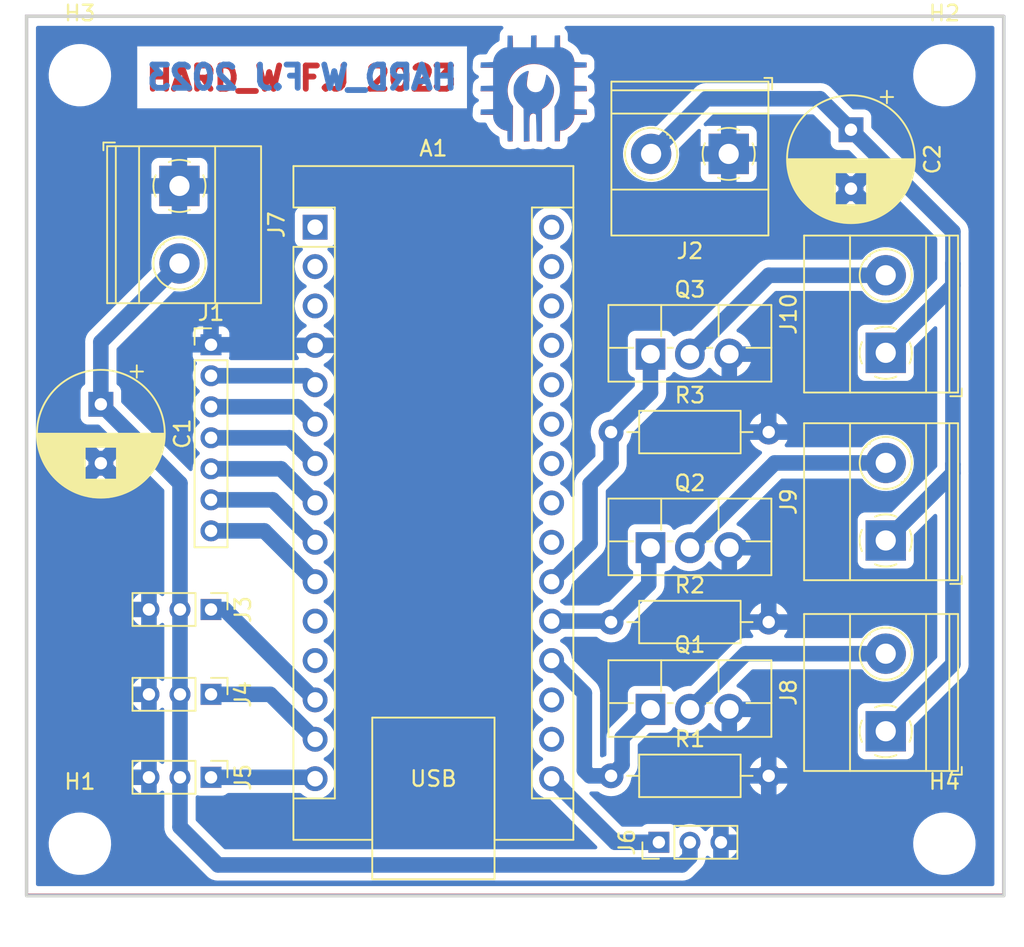
<source format=kicad_pcb>
(kicad_pcb (version 20221018) (generator pcbnew)
  (layers (0 "F.Cu" signal) (31 "B.Cu" signal) (34 "B.Paste" user) (35 "F.Paste" user) (36 "B.SilkS" user "B.Silkscreen") (37 "F.SilkS" user "F.Silkscreen") (38 "B.Mask" user) (39 "F.Mask" user) (44 "Edge.Cuts" user))
  (net 0 "")
  (net 4 "Net-(A1-Pad5)")
  (net 5 "Net-(A1-Pad6)")
  (net 6 "Net-(A1-Pad7)")
  (net 7 "Net-(A1-Pad8)")
  (net 8 "Net-(A1-Pad9)")
  (net 22 "Net-(A1-Pad10)")
  (net 23 "GND")
  (net 24 "Net-(A1-Pad13)")
  (net 25 "Net-(A1-Pad14)")
  (net 26 "Net-(A1-Pad15)")
  (net 27 "Net-(A1-Pad16)")
  (net 28 "Net-(A1-Pad19)")
  (net 29 "Net-(A1-Pad20)")
  (net 30 "Net-(A1-Pad21)")
  (net 31 "Net-(J10-Pad1)")
  (net 32 "Net-(J3-Pad2)")
  (net 33 "Net-(J8-Pad2)")
  (net 34 "Net-(J9-Pad2)")
  (net 35 "Net-(J10-Pad2)")
  (footprint "Connector_PinHeader_2.00mm:PinHeader_1x03_P2.00mm_Vertical" (layer "F.Cu") (at 142.96 102.03 -90)
    (fp_text reference "J5" (at 0 -2.06 90) (layer "F.SilkS"))
    (fp_text value "Conn_01x03_Male")
    (pad "1" thru_hole rect (at 0 0 270) (size 1.35 1.35) (drill 0.8) (layers "*.Cu" "*.Mask") (net 26 "Net-(A1-Pad15)"))
    (pad "2" thru_hole oval (at 0 2 270) (size 1.35 1.35) (drill 0.8) (layers "*.Cu" "*.Mask") (net 32 "Net-(J3-Pad2)"))
    (pad "3" thru_hole oval (at 0 4 270) (size 1.35 1.35) (drill 0.8) (layers "*.Cu" "*.Mask") (net 23 "GND"))
  )
  (footprint "TerminalBlock_Phoenix:TerminalBlock_Phoenix_MKDS-1,5-2_1x02_P5.00mm_Horizontal" (layer "F.Cu") (at 186.44 74.66 90)
    (fp_text reference "J10" (at 2.5 -6.26 90) (layer "F.SilkS"))
    (fp_text value "Screw_Terminal_01x02")
    (pad "1" thru_hole rect (at 0 0 90) (size 2.6 2.6) (drill 1.3) (layers "*.Cu" "*.Mask") (net 31 "Net-(J10-Pad1)"))
    (pad "2" thru_hole circle (at 5 0 90) (size 2.6 2.6) (drill 1.3) (layers "*.Cu" "*.Mask") (net 35 "Net-(J10-Pad2)"))
  )
  (footprint "TerminalBlock_Phoenix:TerminalBlock_Phoenix_MKDS-1,5-2_1x02_P5.00mm_Horizontal" (layer "F.Cu") (at 186.44 99.06 90)
    (fp_text reference "J8" (at 2.5 -6.26 90) (layer "F.SilkS"))
    (fp_text value "Screw_Terminal_01x02")
    (pad "1" thru_hole rect (at 0 0 90) (size 2.6 2.6) (drill 1.3) (layers "*.Cu" "*.Mask") (net 31 "Net-(J10-Pad1)"))
    (pad "2" thru_hole circle (at 5 0 90) (size 2.6 2.6) (drill 1.3) (layers "*.Cu" "*.Mask") (net 33 "Net-(J8-Pad2)"))
  )
  (footprint "Package_TO_SOT_THT:TO-220F-3_Vertical" (layer "F.Cu") (at 171.28 97.65)
    (fp_text reference "Q1" (at 2.54 -4.1675) (layer "F.SilkS"))
    (fp_text value "IRLIZ44N")
    (pad "1" thru_hole rect (at 0 0) (size 1.905 2) (drill 1.2) (layers "*.Cu" "*.Mask") (net 28 "Net-(A1-Pad19)"))
    (pad "2" thru_hole oval (at 2.54 0) (size 1.905 2) (drill 1.2) (layers "*.Cu" "*.Mask") (net 33 "Net-(J8-Pad2)"))
    (pad "3" thru_hole oval (at 5.08 0) (size 1.905 2) (drill 1.2) (layers "*.Cu" "*.Mask") (net 23 "GND"))
  )
  (footprint "Connector_PinHeader_2.00mm:PinHeader_1x03_P2.00mm_Vertical" (layer "F.Cu") (at 142.96 91.21 -90)
    (fp_text reference "J3" (at 0 -2.06 90) (layer "F.SilkS"))
    (fp_text value "Conn_01x03_Male")
    (pad "1" thru_hole rect (at 0 0 270) (size 1.35 1.35) (drill 0.8) (layers "*.Cu" "*.Mask") (net 24 "Net-(A1-Pad13)"))
    (pad "2" thru_hole oval (at 0 2 270) (size 1.35 1.35) (drill 0.8) (layers "*.Cu" "*.Mask") (net 32 "Net-(J3-Pad2)"))
    (pad "3" thru_hole oval (at 0 4 270) (size 1.35 1.35) (drill 0.8) (layers "*.Cu" "*.Mask") (net 23 "GND"))
  )
  (footprint "Connector_PinHeader_2.00mm:PinHeader_1x07_P2.00mm_Vertical" (layer "F.Cu") (at 142.96 74.14)
    (fp_text reference "J1" (at 0 -2.06) (layer "F.SilkS"))
    (fp_text value "Conn_01x07_Male")
    (pad "1" thru_hole rect (at 0 0) (size 1.35 1.35) (drill 0.8) (layers "*.Cu" "*.Mask") (net 23 "GND"))
    (pad "2" thru_hole oval (at 0 2) (size 1.35 1.35) (drill 0.8) (layers "*.Cu" "*.Mask") (net 4 "Net-(A1-Pad5)"))
    (pad "3" thru_hole oval (at 0 4) (size 1.35 1.35) (drill 0.8) (layers "*.Cu" "*.Mask") (net 5 "Net-(A1-Pad6)"))
    (pad "4" thru_hole oval (at 0 6) (size 1.35 1.35) (drill 0.8) (layers "*.Cu" "*.Mask") (net 6 "Net-(A1-Pad7)"))
    (pad "5" thru_hole oval (at 0 8) (size 1.35 1.35) (drill 0.8) (layers "*.Cu" "*.Mask") (net 7 "Net-(A1-Pad8)"))
    (pad "6" thru_hole oval (at 0 10) (size 1.35 1.35) (drill 0.8) (layers "*.Cu" "*.Mask") (net 8 "Net-(A1-Pad9)"))
    (pad "7" thru_hole oval (at 0 12) (size 1.35 1.35) (drill 0.8) (layers "*.Cu" "*.Mask") (net 22 "Net-(A1-Pad10)"))
  )
  (footprint "TerminalBlock_Phoenix:TerminalBlock_Phoenix_MKDS-1,5-2_1x02_P5.00mm_Horizontal" (layer "F.Cu") (at 186.44 86.76 90)
    (fp_text reference "J9" (at 2.5 -6.26 90) (layer "F.SilkS"))
    (fp_text value "Screw_Terminal_01x02")
    (pad "1" thru_hole rect (at 0 0 90) (size 2.6 2.6) (drill 1.3) (layers "*.Cu" "*.Mask") (net 31 "Net-(J10-Pad1)"))
    (pad "2" thru_hole circle (at 5 0 90) (size 2.6 2.6) (drill 1.3) (layers "*.Cu" "*.Mask") (net 34 "Net-(J9-Pad2)"))
  )
  (footprint "Package_TO_SOT_THT:TO-220F-3_Vertical" (layer "F.Cu") (at 171.28 87.225)
    (fp_text reference "Q2" (at 2.54 -4.1675) (layer "F.SilkS"))
    (fp_text value "IRLIZ44N")
    (pad "1" thru_hole rect (at 0 0) (size 1.905 2) (drill 1.2) (layers "*.Cu" "*.Mask") (net 29 "Net-(A1-Pad20)"))
    (pad "2" thru_hole oval (at 2.54 0) (size 1.905 2) (drill 1.2) (layers "*.Cu" "*.Mask") (net 34 "Net-(J9-Pad2)"))
    (pad "3" thru_hole oval (at 5.08 0) (size 1.905 2) (drill 1.2) (layers "*.Cu" "*.Mask") (net 23 "GND"))
  )
  (footprint "Package_TO_SOT_THT:TO-220F-3_Vertical" (layer "F.Cu") (at 171.28 74.745)
    (fp_text reference "Q3" (at 2.54 -4.1675) (layer "F.SilkS"))
    (fp_text value "IRLIZ44N")
    (pad "1" thru_hole rect (at 0 0) (size 1.905 2) (drill 1.2) (layers "*.Cu" "*.Mask") (net 30 "Net-(A1-Pad21)"))
    (pad "2" thru_hole oval (at 2.54 0) (size 1.905 2) (drill 1.2) (layers "*.Cu" "*.Mask") (net 35 "Net-(J10-Pad2)"))
    (pad "3" thru_hole oval (at 5.08 0) (size 1.905 2) (drill 1.2) (layers "*.Cu" "*.Mask") (net 23 "GND"))
  )
  (footprint "TerminalBlock_Phoenix:TerminalBlock_Phoenix_MKDS-1,5-2_1x02_P5.00mm_Horizontal" (layer "F.Cu") (at 140.925 63.9 -90)
    (fp_text reference "J7" (at 2.5 -6.26 90) (layer "F.SilkS"))
    (fp_text value "Screw_Terminal_01x02")
    (pad "1" thru_hole rect (at 0 0 270) (size 2.6 2.6) (drill 1.3) (layers "*.Cu" "*.Mask") (net 23 "GND"))
    (pad "2" thru_hole circle (at 5 0 270) (size 2.6 2.6) (drill 1.3) (layers "*.Cu" "*.Mask") (net 32 "Net-(J3-Pad2)"))
  )
  (footprint "Module:Arduino_Nano" (layer "F.Cu") (at 149.67 66.56)
    (fp_text reference "A1" (at 7.62 -5.08) (layer "F.SilkS"))
    (fp_text value "Arduino_Nano_v3.x")
    (fp_text user "USB" (at 7.62 35.56 unlocked) (layer "F.SilkS"))
    (pad "1" thru_hole rect (at 0 0) (size 1.6 1.6) (drill 1) (layers "*.Cu" "*.Mask"))
    (pad "2" thru_hole oval (at 0 2.54) (size 1.6 1.6) (drill 1) (layers "*.Cu" "*.Mask"))
    (pad "3" thru_hole oval (at 0 5.08) (size 1.6 1.6) (drill 1) (layers "*.Cu" "*.Mask"))
    (pad "4" thru_hole oval (at 0 7.62) (size 1.6 1.6) (drill 1) (layers "*.Cu" "*.Mask") (net 23 "GND"))
    (pad "5" thru_hole oval (at 0 10.16) (size 1.6 1.6) (drill 1) (layers "*.Cu" "*.Mask") (net 4 "Net-(A1-Pad5)"))
    (pad "6" thru_hole oval (at 0 12.7) (size 1.6 1.6) (drill 1) (layers "*.Cu" "*.Mask") (net 5 "Net-(A1-Pad6)"))
    (pad "7" thru_hole oval (at 0 15.24) (size 1.6 1.6) (drill 1) (layers "*.Cu" "*.Mask") (net 6 "Net-(A1-Pad7)"))
    (pad "8" thru_hole oval (at 0 17.78) (size 1.6 1.6) (drill 1) (layers "*.Cu" "*.Mask") (net 7 "Net-(A1-Pad8)"))
    (pad "9" thru_hole oval (at 0 20.32) (size 1.6 1.6) (drill 1) (layers "*.Cu" "*.Mask") (net 8 "Net-(A1-Pad9)"))
    (pad "10" thru_hole oval (at 0 22.86) (size 1.6 1.6) (drill 1) (layers "*.Cu" "*.Mask") (net 22 "Net-(A1-Pad10)"))
    (pad "11" thru_hole oval (at 0 25.4) (size 1.6 1.6) (drill 1) (layers "*.Cu" "*.Mask"))
    (pad "12" thru_hole oval (at 0 27.94) (size 1.6 1.6) (drill 1) (layers "*.Cu" "*.Mask"))
    (pad "13" thru_hole oval (at 0 30.48) (size 1.6 1.6) (drill 1) (layers "*.Cu" "*.Mask") (net 24 "Net-(A1-Pad13)"))
    (pad "14" thru_hole oval (at 0 33.02) (size 1.6 1.6) (drill 1) (layers "*.Cu" "*.Mask") (net 25 "Net-(A1-Pad14)"))
    (pad "15" thru_hole oval (at 0 35.56) (size 1.6 1.6) (drill 1) (layers "*.Cu" "*.Mask") (net 26 "Net-(A1-Pad15)"))
    (pad "16" thru_hole oval (at 15.24 35.56) (size 1.6 1.6) (drill 1) (layers "*.Cu" "*.Mask") (net 27 "Net-(A1-Pad16)"))
    (pad "17" thru_hole oval (at 15.24 33.02) (size 1.6 1.6) (drill 1) (layers "*.Cu" "*.Mask"))
    (pad "18" thru_hole oval (at 15.24 30.48) (size 1.6 1.6) (drill 1) (layers "*.Cu" "*.Mask"))
    (pad "19" thru_hole oval (at 15.24 27.94) (size 1.6 1.6) (drill 1) (layers "*.Cu" "*.Mask") (net 28 "Net-(A1-Pad19)"))
    (pad "20" thru_hole oval (at 15.24 25.4) (size 1.6 1.6) (drill 1) (layers "*.Cu" "*.Mask") (net 29 "Net-(A1-Pad20)"))
    (pad "21" thru_hole oval (at 15.24 22.86) (size 1.6 1.6) (drill 1) (layers "*.Cu" "*.Mask") (net 30 "Net-(A1-Pad21)"))
    (pad "22" thru_hole oval (at 15.24 20.32) (size 1.6 1.6) (drill 1) (layers "*.Cu" "*.Mask"))
    (pad "23" thru_hole oval (at 15.24 17.78) (size 1.6 1.6) (drill 1) (layers "*.Cu" "*.Mask"))
    (pad "24" thru_hole oval (at 15.24 15.24) (size 1.6 1.6) (drill 1) (layers "*.Cu" "*.Mask"))
    (pad "25" thru_hole oval (at 15.24 12.7) (size 1.6 1.6) (drill 1) (layers "*.Cu" "*.Mask"))
    (pad "26" thru_hole oval (at 15.24 10.16) (size 1.6 1.6) (drill 1) (layers "*.Cu" "*.Mask"))
    (pad "27" thru_hole oval (at 15.24 7.62) (size 1.6 1.6) (drill 1) (layers "*.Cu" "*.Mask"))
    (pad "28" thru_hole oval (at 15.24 5.08) (size 1.6 1.6) (drill 1) (layers "*.Cu" "*.Mask"))
    (pad "29" thru_hole oval (at 15.24 2.54) (size 1.6 1.6) (drill 1) (layers "*.Cu" "*.Mask"))
    (pad "30" thru_hole oval (at 15.24 0) (size 1.6 1.6) (drill 1) (layers "*.Cu" "*.Mask"))
  )
  (footprint "Resistor_THT:R_Axial_DIN0207_L6.3mm_D2.5mm_P10.16mm_Horizontal" (layer "F.Cu") (at 168.74 101.935)
    (fp_text reference "R1" (at 5.08 -2.37) (layer "F.SilkS"))
    (fp_text value "10k")
    (pad "1" thru_hole circle (at 0 0) (size 1.6 1.6) (drill 0.8) (layers "*.Cu" "*.Mask") (net 28 "Net-(A1-Pad19)"))
    (pad "2" thru_hole oval (at 10.16 0) (size 1.6 1.6) (drill 0.8) (layers "*.Cu" "*.Mask") (net 23 "GND"))
  )
  (footprint "MountingHole:MountingHole_3mm" (layer "F.Cu") (at 134.51 56.76)
    (fp_text reference "H3" (at 0 -4) (layer "F.SilkS"))
    (fp_text value "MountingHole")
    (pad "" np_thru_hole circle (at 0 0) (size 3 3) (drill 3) (layers "*.Cu" "*.Mask"))
  )
  (footprint "MountingHole:MountingHole_3mm" (layer "F.Cu") (at 190.22 56.76)
    (fp_text reference "H2" (at 0 -4) (layer "F.SilkS"))
    (fp_text value "MountingHole")
    (pad "" np_thru_hole circle (at 0 0) (size 3 3) (drill 3) (layers "*.Cu" "*.Mask"))
  )
  (footprint "MountingHole:MountingHole_3mm" (layer "F.Cu") (at 190.22 106.31)
    (fp_text reference "H4" (at 0 -4) (layer "F.SilkS"))
    (fp_text value "MountingHole")
    (pad "" np_thru_hole circle (at 0 0) (size 3 3) (drill 3) (layers "*.Cu" "*.Mask"))
  )
  (footprint "TerminalBlock_Phoenix:TerminalBlock_Phoenix_MKDS-1,5-2_1x02_P5.00mm_Horizontal" (layer "F.Cu") (at 176.32 61.835 180)
    (fp_text reference "J2" (at 2.5 -6.26) (layer "F.SilkS"))
    (fp_text value "Screw_Terminal_01x02")
    (pad "1" thru_hole rect (at 0 0 180) (size 2.6 2.6) (drill 1.3) (layers "*.Cu" "*.Mask") (net 23 "GND"))
    (pad "2" thru_hole circle (at 5 0 180) (size 2.6 2.6) (drill 1.3) (layers "*.Cu" "*.Mask") (net 31 "Net-(J10-Pad1)"))
  )
  (footprint "Resistor_THT:R_Axial_DIN0207_L6.3mm_D2.5mm_P10.16mm_Horizontal" (layer "F.Cu") (at 168.74 92.02)
    (fp_text reference "R2" (at 5.08 -2.37) (layer "F.SilkS"))
    (fp_text value "10k")
    (pad "1" thru_hole circle (at 0 0) (size 1.6 1.6) (drill 0.8) (layers "*.Cu" "*.Mask") (net 29 "Net-(A1-Pad20)"))
    (pad "2" thru_hole oval (at 10.16 0) (size 1.6 1.6) (drill 0.8) (layers "*.Cu" "*.Mask") (net 23 "GND"))
  )
  (footprint "Resistor_THT:R_Axial_DIN0207_L6.3mm_D2.5mm_P10.16mm_Horizontal" (layer "F.Cu") (at 168.74 79.77)
    (fp_text reference "R3" (at 5.08 -2.37) (layer "F.SilkS"))
    (fp_text value "10k")
    (pad "1" thru_hole circle (at 0 0) (size 1.6 1.6) (drill 0.8) (layers "*.Cu" "*.Mask") (net 30 "Net-(A1-Pad21)"))
    (pad "2" thru_hole oval (at 10.16 0) (size 1.6 1.6) (drill 0.8) (layers "*.Cu" "*.Mask") (net 23 "GND"))
  )
  (footprint "Connector_PinHeader_2.00mm:PinHeader_1x03_P2.00mm_Vertical" (layer "F.Cu") (at 142.96 96.68 -90)
    (fp_text reference "J4" (at 0 -2.06 90) (layer "F.SilkS"))
    (fp_text value "Conn_01x03_Male")
    (pad "1" thru_hole rect (at 0 0 270) (size 1.35 1.35) (drill 0.8) (layers "*.Cu" "*.Mask") (net 25 "Net-(A1-Pad14)"))
    (pad "2" thru_hole oval (at 0 2 270) (size 1.35 1.35) (drill 0.8) (layers "*.Cu" "*.Mask") (net 32 "Net-(J3-Pad2)"))
    (pad "3" thru_hole oval (at 0 4 270) (size 1.35 1.35) (drill 0.8) (layers "*.Cu" "*.Mask") (net 23 "GND"))
  )
  (footprint "Capacitor_THT:CP_Radial_D8.0mm_P3.80mm" (layer "F.Cu") (at 184.2 60.277349 -90)
    (fp_text reference "C2" (at 1.9 -5.25 90) (layer "F.SilkS"))
    (fp_text value "1000u")
    (pad "1" thru_hole rect (at 0 0 270) (size 1.6 1.6) (drill 0.8) (layers "*.Cu" "*.Mask") (net 31 "Net-(J10-Pad1)"))
    (pad "2" thru_hole circle (at 3.8 0 270) (size 1.6 1.6) (drill 0.8) (layers "*.Cu" "*.Mask") (net 23 "GND"))
  )
  (footprint "MountingHole:MountingHole_3mm" (layer "F.Cu") (at 134.51 106.31)
    (fp_text reference "H1" (at 0 -4) (layer "F.SilkS"))
    (fp_text value "MountingHole")
    (pad "" np_thru_hole circle (at 0 0) (size 3 3) (drill 3) (layers "*.Cu" "*.Mask"))
  )
  (footprint "Capacitor_THT:CP_Radial_D8.0mm_P3.80mm" (layer "F.Cu") (at 135.86 77.977349 -90)
    (fp_text reference "C1" (at 1.9 -5.25 90) (layer "F.SilkS"))
    (fp_text value "1000u")
    (pad "1" thru_hole rect (at 0 0 270) (size 1.6 1.6) (drill 0.8) (layers "*.Cu" "*.Mask") (net 32 "Net-(J3-Pad2)"))
    (pad "2" thru_hole circle (at 3.8 0 270) (size 1.6 1.6) (drill 0.8) (layers "*.Cu" "*.Mask") (net 23 "GND"))
  )
  (footprint "Connector_PinHeader_2.00mm:PinHeader_1x03_P2.00mm_Vertical" (layer "F.Cu") (at 171.82 106.22 90)
    (fp_text reference "J6" (at 0 -2.06 90) (layer "F.SilkS"))
    (fp_text value "Conn_01x03_Male")
    (pad "1" thru_hole rect (at 0 0 90) (size 1.35 1.35) (drill 0.8) (layers "*.Cu" "*.Mask") (net 27 "Net-(A1-Pad16)"))
    (pad "2" thru_hole oval (at 0 2 90) (size 1.35 1.35) (drill 0.8) (layers "*.Cu" "*.Mask") (net 32 "Net-(J3-Pad2)"))
    (pad "3" thru_hole oval (at 0 4 90) (size 1.35 1.35) (drill 0.8) (layers "*.Cu" "*.Mask") (net 23 "GND"))
  )
  (gr_poly (pts (xy 163.40762 56.499785) (xy 163.413645 56.500917) (xy 163.418993 56.502617) (xy 163.423666 56.504883) (xy 163.427668 56.507717) (xy 163.431001 56.511116) (xy 163.433666 56.515082) (xy 163.435667 56.519614) (xy 163.437005 56.524711) (xy 163.437683 56.530374) (xy 163.437703 56.536602) (xy 163.437068 56.543396) (xy 163.433841 56.558676) (xy 163.40866 56.661699) (xy 163.384486 56.781847) (xy 163.36236 56.911294) (xy 163.343322 57.042209) (xy 163.328412 57.166766) (xy 163.318671 57.277135) (xy 163.315138 57.365488) (xy 163.316025 57.398963) (xy 163.318854 57.423997) (xy 163.323857 57.447488) (xy 163.329967 57.470626) (xy 163.337152 57.493384) (xy 163.345382 57.515737) (xy 163.354624 57.537659) (xy 163.364847 57.559125) (xy 163.376019 57.580109) (xy 163.388109 57.600584) (xy 163.401084 57.620527) (xy 163.414914 57.63991) (xy 163.429566 57.658708) (xy 163.445008 57.676895) (xy 163.46121 57.694446) (xy 163.47814 57.711334) (xy 163.495765 57.727535) (xy 163.514054 57.743022) (xy 163.532976 57.75777) (xy 163.552499 57.771752) (xy 163.572591 57.784944) (xy 163.593221 57.79732) (xy 163.614357 57.808853) (xy 163.635967 57.819518) (xy 163.658019 57.829289) (xy 163.680483 57.838142) (xy 163.703326 57.846049) (xy 163.726516 57.852985) (xy 163.750023 57.858924) (xy 163.773814 57.863842) (xy 163.797857 57.867711) (xy 163.822122 57.870507) (xy 163.846576 57.872203) (xy 163.871187 57.872774) (xy 163.90448 57.872205) (xy 163.936646 57.870476) (xy 163.967708 57.867559) (xy 163.997693 57.863422) (xy 164.026627 57.858038) (xy 164.054533 57.851375) (xy 164.081439 57.843404) (xy 164.107369 57.834096) (xy 164.132349 57.82342) (xy 164.156404 57.811346) (xy 164.179559 57.797846) (xy 164.20184 57.782889) (xy 164.223272 57.766445) (xy 164.243882 57.748484) (xy 164.263693 57.728978) (xy 164.282731 57.707895) (xy 164.301023 57.685207) (xy 164.318593 57.660883) (xy 164.335466 57.634894) (xy 164.351669 57.607209) (xy 164.367226 57.5778) (xy 164.382163 57.546636) (xy 164.396505 57.513688) (xy 164.410277 57.478926) (xy 164.423506 57.442319) (xy 164.436217 57.403839) (xy 164.460183 57.321138) (xy 164.48238 57.230584) (xy 164.503011 57.13194) (xy 164.553738 56.867743) (xy 164.5749 56.752705) (xy 164.574951 56.752253) (xy 164.57509 56.751806) (xy 164.575314 56.751366) (xy 164.575621 56.750933) (xy 164.57601 56.750507) (xy 164.576477 56.75009) (xy 164.577021 56.74968) (xy 164.577639 56.74928) (xy 164.57833 56.74889) (xy 164.579091 56.74851) (xy 164.57992 56.74814) (xy 164.580815 56.747782) (xy 164.581773 56.747436) (xy 164.582792 56.747103) (xy 164.585006 56.746476) (xy 164.58744 56.745905) (xy 164.590075 56.745396) (xy 164.592895 56.744953) (xy 164.595881 56.74458) (xy 164.599016 56.744283) (xy 164.602283 56.744064) (xy 164.605664 56.74393) (xy 164.609142 56.743884) (xy 164.615843 56.744977) (xy 164.623577 56.748187) (xy 164.632275 56.753413) (xy 164.641871 56.760556) (xy 164.663487 56.780186) (xy 164.687882 56.80627) (xy 164.714518 56.838001) (xy 164.742854 56.874573) (xy 164.772351 56.915179) (xy 164.802468 56.959013) (xy 164.832665 57.005269) (xy 164.862403 57.053139) (xy 164.891141 57.101816) (xy 164.91834 57.150496) (xy 164.943459 57.19837) (xy 164.965958 57.244633) (xy 164.985298 57.288477) (xy 165.000939 57.329097) (xy 165.018242 57.382407) (xy 165.032915 57.436233) (xy 165.044987 57.490492) (xy 165.054492 57.545102) (xy 165.061461 57.599978) (xy 165.065927 57.655039) (xy 165.067472 57.765378) (xy 165.059384 57.875456) (xy 165.041917 57.984605) (xy 165.015325 58.092162) (xy 164.979863 58.197461) (xy 164.935787 58.299837) (xy 164.883351 58.398625) (xy 164.822809 58.493159) (xy 164.754417 58.582774) (xy 164.678429 58.666806) (xy 164.595099 58.744589) (xy 164.550762 58.780929) (xy 164.504684 58.815457) (xy 164.456898 58.84809) (xy 164.407437 58.878746) (xy 164.292784 58.94632) (xy 164.292784 61.05164) (xy 164.125215 61.040887) (xy 163.957645 61.030136) (xy 163.940007 60.177515) (xy 163.931767 59.845217) (xy 163.922369 59.570731) (xy 163.91297 59.382551) (xy 163.908633 59.329728) (xy 163.904729 59.309167) (xy 163.89203 59.298406) (xy 163.879092 59.288535) (xy 163.865945 59.279547) (xy 163.852616 59.271439) (xy 163.839132 59.264204) (xy 163.825523 59.257837) (xy 163.811816 59.252334) (xy 163.79804 59.24769) (xy 163.784221 59.243898) (xy 163.770389 59.240955) (xy 163.756572 59.238854) (xy 163.742796 59.23759) (xy 163.729091 59.237159) (xy 163.715485 59.237556) (xy 163.702005 59.238774) (xy 163.688679 59.240809) (xy 163.675537 59.243656) (xy 163.662604 59.247309) (xy 163.649911 59.251764) (xy 163.637484 59.257015) (xy 163.625352 59.263057) (xy 163.613543 59.269885) (xy 163.602084 59.277493) (xy 163.591005 59.285877) (xy 163.580332 59.295032) (xy 163.570094 59.304951) (xy 163.560319 59.31563) (xy 163.551035 59.327065) (xy 163.542271 59.339248) (xy 163.534053 59.352177) (xy 163.526411 59.365844) (xy 163.519371 59.380246) (xy 163.514512 59.39401) (xy 163.509996 59.413218) (xy 163.505824 59.43786) (xy 163.501994 59.467931) (xy 163.498509 59.503422) (xy 163.495368 59.544327) (xy 163.49012 59.642347) (xy 163.486253 59.761931) (xy 163.483768 59.903021) (xy 163.482669 60.065557) (xy 163.482959 60.249481) (xy 163.486908 61.030135) (xy 163.307766 61.040797) (xy 163.128622 61.05146) (xy 163.12421 60.008925) (xy 163.1198 59.263874) (xy 163.11539 58.936571) (xy 163.114899 58.934801) (xy 163.113892 58.932576) (xy 163.11038 58.926814) (xy 163.104959 58.919394) (xy 163.097737 58.910427) (xy 163.088817 58.900022) (xy 163.078307 58.88829) (xy 163.066311 58.875341) (xy 163.052937 58.861283) (xy 163.022473 58.830285) (xy 162.987762 58.796176) (xy 162.949649 58.759835) (xy 162.908982 58.722142) (xy 162.884006 58.698814) (xy 162.859728 58.67512) (xy 162.836144 58.651057) (xy 162.813251 58.62662) (xy 162.791048 58.601806) (xy 162.769531 58.576611) (xy 162.748697 58.551032) (xy 162.728544 58.525064) (xy 162.709069 58.498705) (xy 162.690268 58.47195) (xy 162.67214 58.444796) (xy 162.654681 58.417239) (xy 162.637889 58.389275) (xy 162.62176 58.360901) (xy 162.606292 58.332113) (xy 162.591482 58.302907) (xy 162.556484 58.229963) (xy 162.541977 58.197677) (xy 162.529302 58.167408) (xy 162.518338 58.138573) (xy 162.508965 58.110594) (xy 162.501059 58.082888) (xy 162.494502 58.054876) (xy 162.489169 58.025976) (xy 162.484942 57.995608) (xy 162.481698 57.963191) (xy 162.479316 57.928144) (xy 162.477674 57.889887) (xy 162.476652 57.847838) (xy 162.475979 57.750043) (xy 162.47669 57.65364) (xy 162.477738 57.611913) (xy 162.47939 57.573789) (xy 162.481754 57.538733) (xy 162.484936 57.506209) (xy 162.489043 57.475682) (xy 162.494182 57.446617) (xy 162.500459 57.418479) (xy 162.507981 57.390732) (xy 162.516855 57.362841) (xy 162.527189 57.334272) (xy 162.539088 57.304487) (xy 162.55266 57.272954) (xy 162.585249 57.202496) (xy 162.610678 57.151601) (xy 162.637793 57.102064) (xy 162.666536 57.053947) (xy 162.696848 57.007314) (xy 162.728669 56.962227) (xy 162.761942 56.918749) (xy 162.796606 56.876944) (xy 162.832604 56.836874) (xy 162.869876 56.798603) (xy 162.908363 56.762192) (xy 162.948006 56.727706) (xy 162.988748 56.695207) (xy 163.030528 56.664759) (xy 163.073287 56.636423) (xy 163.116968 56.610264) (xy 163.161511 56.586343) (xy 163.199435 56.567538) (xy 163.234484 56.551018) (xy 163.266678 56.536782) (xy 163.296035 56.524828) (xy 163.322573 56.515154) (xy 163.346311 56.507758) (xy 163.367269 56.502638) (xy 163.385465 56.499793) (xy 163.400917 56.49922)) (fill solid) (layer "F.Cu"))
  (gr_rect (start 131.07 52.97) (end 194.05 109.634225) (stroke (width 0.2)) (fill none) (layer "F.Cu"))
  (gr_poly (pts (xy 163.94 54.98) (xy 165.101779 54.98) (xy 165.121804 54.221529) (xy 165.289374 54.210776) (xy 165.456943 54.200024) (xy 165.456943 54.590013) (xy 165.457145 54.717414) (xy 165.458374 54.813527) (xy 165.459664 54.851228) (xy 165.461561 54.882761) (xy 165.46418 54.908675) (xy 165.467638 54.929522) (xy 165.472052 54.945853) (xy 165.477539 54.958218) (xy 165.484214 54.96717) (xy 165.492195 54.973259) (xy 165.501598 54.977035) (xy 165.512539 54.979051) (xy 165.539503 54.980002) (xy 165.552824 54.9806) (xy 165.567451 54.982359) (xy 165.60026 54.989161) (xy 165.637198 55.000004) (xy 165.677535 55.014482) (xy 165.720543 55.03219) (xy 165.76549 55.052725) (xy 165.811646 55.075682) (xy 165.858281 55.100655) (xy 165.904666 55.12724) (xy 165.95007 55.155033) (xy 165.993762 55.183628) (xy 166.035014 55.212622) (xy 166.073094 55.241609) (xy 166.107273 55.270185) (xy 166.13682 55.297945) (xy 166.161006 55.324484) (xy 166.181568 55.350907) (xy 166.201818 55.379791) (xy 166.221616 55.41079) (xy 166.240822 55.443561) (xy 166.259297 55.477757) (xy 166.276899 55.513035) (xy 166.29349 55.54905) (xy 166.308928 55.585456) (xy 166.323075 55.62191) (xy 166.335789 55.658065) (xy 166.346932 55.693578) (xy 166.356362 55.728104) (xy 166.363941 55.761297) (xy 166.369528 55.792814) (xy 166.372982 55.822308) (xy 166.374165 55.849436) (xy 166.374369 55.86333) (xy 166.374724 55.869643) (xy 166.375339 55.875553) (xy 166.37628 55.881077) (xy 166.377614 55.886229) (xy 166.379409 55.891024) (xy 166.380501 55.893293) (xy 166.381733 55.895479) (xy 166.383114 55.897583) (xy 166.384652 55.899608) (xy 166.386356 55.901555) (xy 166.388234 55.903427) (xy 166.390295 55.905225) (xy 166.392547 55.906952) (xy 166.394998 55.908608) (xy 166.397657 55.910197) (xy 166.403632 55.913179) (xy 166.410539 55.915912) (xy 166.418446 55.918412) (xy 166.427419 55.920694) (xy 166.437527 55.922774) (xy 166.448837 55.924667) (xy 166.461415 55.926388) (xy 166.47533 55.927954) (xy 166.490648 55.929379) (xy 166.507437 55.930678) (xy 166.525764 55.931868) (xy 166.545697 55.932963) (xy 166.590649 55.934931) (xy 166.642831 55.936705) (xy 166.702781 55.938409) (xy 166.77104 55.940166) (xy 167.167915 55.950146) (xy 167.167915 56.267647) (xy 166.77104 56.277617) (xy 166.374165 56.287597) (xy 166.374165 57.447143) (xy 166.77104 57.457113) (xy 167.167915 57.467093) (xy 167.178619 57.63349) (xy 167.189324 57.799886) (xy 166.790563 57.809876) (xy 166.391803 57.819866) (xy 166.382113 58.391966) (xy 166.372423 58.964069) (xy 166.770167 58.974049) (xy 167.16791 58.984029) (xy 167.178663 59.151598) (xy 167.189416 59.319168) (xy 166.37416 59.319168) (xy 166.37416 59.470991) (xy 166.372859 59.507738) (xy 166.369019 59.544901) (xy 166.362738 59.582378) (xy 166.354112 59.620064) (xy 166.34324 59.657858) (xy 166.330218 59.695655) (xy 166.315143 59.733353) (xy 166.298112 59.770847) (xy 166.279223 59.808036) (xy 166.258573 59.844815) (xy 166.212376 59.916733) (xy 166.1603 59.985775) (xy 166.103121 60.051115) (xy 166.041616 60.111927) (xy 165.976562 60.167385) (xy 165.908737 60.216663) (xy 165.874028 60.238726) (xy 165.838917 60.258935) (xy 165.803502 60.277186) (xy 165.767879 60.293376) (xy 165.732146 60.307401) (xy 165.6964 60.319159) (xy 165.660739 60.328546) (xy 165.625258 60.335459) (xy 165.590056 60.339794) (xy 165.55523 60.341449) (xy 165.459494 60.342248) (xy 165.449397 60.686206) (xy 165.4393 61.030164) (xy 165.1218 61.030164) (xy 165.11249 59.911427) (xy 165.10318 58.79269) (xy 165.206582 58.623788) (xy 165.247352 58.553523) (xy 165.284441 58.482038) (xy 165.317871 58.409458) (xy 165.347665 58.335906) (xy 165.373846 58.261509) (xy 165.396437 58.186389) (xy 165.41546 58.110672) (xy 165.430938 58.034482) (xy 165.442894 57.957943) (xy 165.45135 57.881181) (xy 165.456329 57.804318) (xy 165.457855 57.72748) (xy 165.450635 57.574377) (xy 165.429872 57.422865) (xy 165.395747 57.273942) (xy 165.348443 57.128602) (xy 165.319906 57.057588) (xy 165.288142 56.987842) (xy 165.253174 56.91949) (xy 165.215024 56.852656) (xy 165.173717 56.787465) (xy 165.129274 56.72404) (xy 165.081717 56.662508) (xy 165.031071 56.602991) (xy 164.977357 56.545614) (xy 164.920598 56.490503) (xy 164.860817 56.43778) (xy 164.798037 56.387572) (xy 164.745037 56.348484) (xy 164.692117 56.311979) (xy 164.639157 56.27801) (xy 164.586034 56.246532) (xy 164.53263 56.217499) (xy 164.478823 56.190867) (xy 164.424493 56.166589) (xy 164.369519 56.14462) (xy 164.31378 56.124915) (xy 164.257156 56.107429) (xy 164.199526 56.092116) (xy 164.140769 56.07893) (xy 164.080766 56.067827) (xy 164.019394 56.05876) (xy 163.956534 56.051685) (xy 163.892064 56.046555) (xy 163.795239 56.042847) (xy 163.699715 56.044148) (xy 163.605579 56.050423) (xy 163.512918 56.061639) (xy 163.421819 56.077762) (xy 163.332369 56.098758) (xy 163.244655 56.124594) (xy 163.158764 56.155235) (xy 163.074784 56.190647) (xy 162.9928 56.230798) (xy 162.9129 56.275652) (xy 162.835171 56.325177) (xy 162.7597 56.379338) (xy 162.686574 56.438102) (xy 162.61588 56.501434) (xy 162.547705 56.569302) (xy 162.498986 56.622632) (xy 162.452871 56.677677) (xy 162.409372 56.734334) (xy 162.368499 56.792502) (xy 162.330263 56.852077) (xy 162.294675 56.912957) (xy 162.261744 56.97504) (xy 162.231483 57.038222) (xy 162.17901 57.167478) (xy 162.137341 57.299905) (xy 162.106561 57.434683) (xy 162.086757 57.570992) (xy 162.078014 57.708013) (xy 162.080418 57.844925) (xy 162.094053 57.98091) (xy 162.10511 58.048299) (xy 162.119007 58.115148) (xy 162.135754 58.181355) (xy 162.155363 58.246818) (xy 162.177845 58.311434) (xy 162.203209 58.375101) (xy 162.231468 58.437716) (xy 162.26263 58.499177) (xy 162.296708 58.559382) (xy 162.333711 58.618227) (xy 162.424033 58.754713) (xy 162.414723 59.892439) (xy 162.405413 61.030164) (xy 162.263022 61.040643) (xy 162.233905 61.042236) (xy 162.205747 61.042731) (xy 162.179238 61.042189) (xy 162.155062 61.040666) (xy 162.144065 61.039556) (xy 162.133909 61.038222) (xy 162.12468 61.036673) (xy 162.116465 61.034915) (xy 162.109348 61.032956) (xy 162.103417 61.030803) (xy 162.098756 61.028463) (xy 162.095453 61.025944) (xy 162.095465 61.025917) (xy 162.094174 61.024207) (xy 162.0929 61.021687) (xy 162.090407 61.01431) (xy 162.087999 61.003961) (xy 162.085689 60.990819) (xy 162.083489 60.975062) (xy 162.081413 60.956865) (xy 162.077683 60.913868) (xy 162.074602 60.863246) (xy 162.072273 60.806419) (xy 162.0708 60.744806) (xy 162.070286 60.679828) (xy 162.070286 60.358917) (xy 161.896787 60.317705) (xy 161.858955 60.307801) (xy 161.821608 60.296208) (xy 161.784793 60.28298) (xy 161.748556 60.268172) (xy 161.712942 60.251839) (xy 161.677997 60.234035) (xy 161.643767 60.214814) (xy 161.610299 60.194233) (xy 161.577637 60.172344) (xy 161.545828 60.149203) (xy 161.514918 60.124864) (xy 161.484952 60.099382) (xy 161.428038 60.045208) (xy 161.375452 59.987116) (xy 161.327561 59.925545) (xy 161.305491 59.893591) (xy 161.284732 59.860931) (xy 161.265331 59.82762) (xy 161.247332 59.793711) (xy 161.230783 59.759261) (xy 161.215729 59.724323) (xy 161.202215 59.688951) (xy 161.190288 59.653202) (xy 161.179994 59.617129) (xy 161.171377 59.580786) (xy 161.164485 59.544229) (xy 161.159363 59.507513) (xy 161.156057 59.470691) (xy 161.154613 59.433818) (xy 161.153063 59.319166) (xy 160.337809 59.319166) (xy 160.348561 59.151596) (xy 160.359314 58.984027) (xy 160.756188 58.974047) (xy 161.153063 58.964067) (xy 161.153063 57.80221) (xy 160.337809 57.80221) (xy 160.348561 57.634641) (xy 160.359314 57.467071) (xy 160.756187 57.457091) (xy 161.153062 57.447121) (xy 161.153062 56.285266) (xy 160.337808 56.285266) (xy 160.34856 56.117696) (xy 160.359313 55.950127) (xy 160.750821 55.940208) (xy 161.142329 55.930288) (xy 161.185687 55.736553) (xy 161.193592 55.704721) (xy 161.203029 55.67291) (xy 161.213942 55.641173) (xy 161.226276 55.609566) (xy 161.254993 55.546958) (xy 161.288741 55.485519) (xy 161.327083 55.425687) (xy 161.369583 55.367895) (xy 161.415804 55.31258) (xy 161.465309 55.260176) (xy 161.517661 55.211118) (xy 161.572423 55.165842) (xy 161.629157 55.124784) (xy 161.687428 55.088378) (xy 161.746798 55.057059) (xy 161.80683 55.031264) (xy 161.836958 55.020573) (xy 161.867087 55.011427) (xy 161.897163 55.003878) (xy 161.927132 54.997983) (xy 162.067957 54.97419) (xy 162.077937 54.597859) (xy 162.087917 54.221527) (xy 162.405416 54.221527) (xy 162.425442 54.979999) (xy 163.584835 54.979999) (xy 163.604861 54.221527) (xy 163.77243 54.210775) (xy 163.94 54.200023)) (fill solid) (layer "F.Cu"))
  (gr_rect (start 131.07 52.97) (end 194.05 109.654225) (stroke (width 0.2)) (fill none) (layer "B.Cu"))
  (gr_poly (pts (xy 163.394008 56.483954) (xy 163.400033 56.485086) (xy 163.405381 56.486786) (xy 163.410054 56.489052) (xy 163.414056 56.491886) (xy 163.417389 56.495285) (xy 163.420054 56.499251) (xy 163.422055 56.503783) (xy 163.423393 56.50888) (xy 163.424071 56.514543) (xy 163.424091 56.520771) (xy 163.423456 56.527565) (xy 163.420229 56.542845) (xy 163.395048 56.645868) (xy 163.370874 56.766016) (xy 163.348748 56.895463) (xy 163.32971 57.026378) (xy 163.3148 57.150935) (xy 163.305059 57.261304) (xy 163.301526 57.349657) (xy 163.302413 57.383132) (xy 163.305242 57.408166) (xy 163.310245 57.431657) (xy 163.316355 57.454795) (xy 163.32354 57.477553) (xy 163.33177 57.499906) (xy 163.341012 57.521828) (xy 163.351235 57.543294) (xy 163.362407 57.564278) (xy 163.374497 57.584753) (xy 163.387472 57.604696) (xy 163.401302 57.624079) (xy 163.415954 57.642877) (xy 163.431396 57.661064) (xy 163.447598 57.678615) (xy 163.464528 57.695503) (xy 163.482153 57.711704) (xy 163.500442 57.727191) (xy 163.519364 57.741939) (xy 163.538887 57.755921) (xy 163.558979 57.769113) (xy 163.579609 57.781489) (xy 163.600745 57.793022) (xy 163.622355 57.803687) (xy 163.644407 57.813458) (xy 163.666871 57.822311) (xy 163.689714 57.830218) (xy 163.712904 57.837154) (xy 163.736411 57.843093) (xy 163.760202 57.848011) (xy 163.784245 57.85188) (xy 163.80851 57.854676) (xy 163.832964 57.856372) (xy 163.857575 57.856943) (xy 163.890868 57.856374) (xy 163.923034 57.854645) (xy 163.954096 57.851728) (xy 163.984081 57.847591) (xy 164.013015 57.842207) (xy 164.040921 57.835544) (xy 164.067827 57.827573) (xy 164.093757 57.818265) (xy 164.118737 57.807589) (xy 164.142792 57.795515) (xy 164.165947 57.782015) (xy 164.188228 57.767058) (xy 164.20966 57.750614) (xy 164.23027 57.732653) (xy 164.250081 57.713147) (xy 164.269119 57.692064) (xy 164.287411 57.669376) (xy 164.304981 57.645052) (xy 164.321854 57.619063) (xy 164.338057 57.591378) (xy 164.353614 57.561969) (xy 164.368551 57.530805) (xy 164.382893 57.497857) (xy 164.396665 57.463095) (xy 164.409894 57.426488) (xy 164.422605 57.388008) (xy 164.446571 57.305307) (xy 164.468768 57.214753) (xy 164.489399 57.116109) (xy 164.540126 56.851912) (xy 164.561288 56.736874) (xy 164.561339 56.736422) (xy 164.561478 56.735975) (xy 164.561702 56.735535) (xy 164.562009 56.735102) (xy 164.562398 56.734676) (xy 164.562865 56.734259) (xy 164.563409 56.733849) (xy 164.564027 56.733449) (xy 164.564718 56.733059) (xy 164.565479 56.732679) (xy 164.566308 56.732309) (xy 164.567203 56.731951) (xy 164.568161 56.731605) (xy 164.56918 56.731272) (xy 164.571394 56.730645) (xy 164.573828 56.730074) (xy 164.576463 56.729565) (xy 164.579283 56.729122) (xy 164.582269 56.728749) (xy 164.585404 56.728452) (xy 164.588671 56.728233) (xy 164.592052 56.728099) (xy 164.59553 56.728053) (xy 164.602231 56.729146) (xy 164.609965 56.732356) (xy 164.618663 56.737582) (xy 164.628259 56.744725) (xy 164.649875 56.764355) (xy 164.67427 56.790439) (xy 164.700906 56.82217) (xy 164.729242 56.858742) (xy 164.758739 56.899348) (xy 164.788856 56.943182) (xy 164.819053 56.989438) (xy 164.848791 57.037308) (xy 164.877529 57.085985) (xy 164.904728 57.134665) (xy 164.929847 57.182539) (xy 164.952346 57.228802) (xy 164.971686 57.272646) (xy 164.987327 57.313266) (xy 165.00463 57.366576) (xy 165.019303 57.420402) (xy 165.031375 57.474661) (xy 165.04088 57.529271) (xy 165.047849 57.584147) (xy 165.052315 57.639208) (xy 165.05386 57.749547) (xy 165.045772 57.859625) (xy 165.028305 57.968774) (xy 165.001713 58.076331) (xy 164.966251 58.18163) (xy 164.922175 58.284006) (xy 164.869739 58.382794) (xy 164.809197 58.477328) (xy 164.740805 58.566943) (xy 164.664817 58.650975) (xy 164.581487 58.728758) (xy 164.53715 58.765098) (xy 164.491072 58.799626) (xy 164.443286 58.832259) (xy 164.393825 58.862915) (xy 164.279172 58.930489) (xy 164.279172 61.035809) (xy 164.111603 61.025056) (xy 163.944033 61.014305) (xy 163.926395 60.161684) (xy 163.918155 59.829386) (xy 163.908757 59.5549) (xy 163.899358 59.36672) (xy 163.895021 59.313897) (xy 163.891117 59.293336) (xy 163.878418 59.282575) (xy 163.86548 59.272704) (xy 163.852333 59.263716) (xy 163.839004 59.255608) (xy 163.82552 59.248373) (xy 163.811911 59.242006) (xy 163.798204 59.236503) (xy 163.784428 59.231859) (xy 163.770609 59.228067) (xy 163.756777 59.225124) (xy 163.74296 59.223023) (xy 163.729184 59.221759) (xy 163.715479 59.221328) (xy 163.701873 59.221725) (xy 163.688393 59.222943) (xy 163.675067 59.224978) (xy 163.661925 59.227825) (xy 163.648992 59.231478) (xy 163.636299 59.235933) (xy 163.623872 59.241184) (xy 163.61174 59.247226) (xy 163.599931 59.254054) (xy 163.588472 59.261662) (xy 163.577393 59.270046) (xy 163.56672 59.279201) (xy 163.556482 59.28912) (xy 163.546707 59.299799) (xy 163.537423 59.311234) (xy 163.528659 59.323417) (xy 163.520441 59.336346) (xy 163.512799 59.350013) (xy 163.505759 59.364415) (xy 163.5009 59.378179) (xy 163.496384 59.397387) (xy 163.492212 59.422029) (xy 163.488382 59.4521) (xy 163.484897 59.487591) (xy 163.481756 59.528496) (xy 163.476508 59.626516) (xy 163.472641 59.7461) (xy 163.470156 59.88719) (xy 163.469057 60.049726) (xy 163.469347 60.23365) (xy 163.473296 61.014304) (xy 163.294154 61.024966) (xy 163.11501 61.035629) (xy 163.110598 59.993094) (xy 163.106188 59.248043) (xy 163.101778 58.92074) (xy 163.101287 58.91897) (xy 163.10028 58.916745) (xy 163.096768 58.910983) (xy 163.091347 58.903563) (xy 163.084125 58.894596) (xy 163.075205 58.884191) (xy 163.064695 58.872459) (xy 163.052699 58.85951) (xy 163.039325 58.845452) (xy 163.008861 58.814454) (xy 162.97415 58.780345) (xy 162.936037 58.744004) (xy 162.89537 58.706311) (xy 162.870394 58.682983) (xy 162.846116 58.659289) (xy 162.822532 58.635226) (xy 162.799639 58.610789) (xy 162.777436 58.585975) (xy 162.755919 58.56078) (xy 162.735085 58.535201) (xy 162.714932 58.509233) (xy 162.695457 58.482874) (xy 162.676656 58.456119) (xy 162.658528 58.428965) (xy 162.641069 58.401408) (xy 162.624277 58.373444) (xy 162.608148 58.34507) (xy 162.59268 58.316282) (xy 162.57787 58.287076) (xy 162.542872 58.214132) (xy 162.528365 58.181846) (xy 162.51569 58.151577) (xy 162.504726 58.122742) (xy 162.495353 58.094763) (xy 162.487447 58.067057) (xy 162.48089 58.039045) (xy 162.475557 58.010145) (xy 162.47133 57.979777) (xy 162.468086 57.94736) (xy 162.465704 57.912313) (xy 162.464062 57.874056) (xy 162.46304 57.832007) (xy 162.462367 57.734212) (xy 162.463078 57.637809) (xy 162.464126 57.596082) (xy 162.465778 57.557958) (xy 162.468142 57.522902) (xy 162.471324 57.490378) (xy 162.475431 57.459851) (xy 162.48057 57.430786) (xy 162.486847 57.402648) (xy 162.494369 57.374901) (xy 162.503243 57.34701) (xy 162.513577 57.318441) (xy 162.525476 57.288656) (xy 162.539048 57.257123) (xy 162.571637 57.186665) (xy 162.597066 57.13577) (xy 162.624181 57.086233) (xy 162.652924 57.038116) (xy 162.683236 56.991483) (xy 162.715057 56.946396) (xy 162.74833 56.902918) (xy 162.782994 56.861113) (xy 162.818992 56.821043) (xy 162.856264 56.782772) (xy 162.894751 56.746361) (xy 162.934394 56.711875) (xy 162.975136 56.679376) (xy 163.016916 56.648928) (xy 163.059675 56.620592) (xy 163.103356 56.594433) (xy 163.147899 56.570512) (xy 163.185823 56.551707) (xy 163.220872 56.535187) (xy 163.253066 56.520951) (xy 163.282423 56.508997) (xy 163.308961 56.499323) (xy 163.332699 56.491927) (xy 163.353657 56.486807) (xy 163.371853 56.483962) (xy 163.387305 56.483389)) (fill solid) (layer "B.Cu"))
  (gr_poly (pts (xy 163.926388 54.964169) (xy 165.088167 54.964169) (xy 165.108192 54.205698) (xy 165.275762 54.194945) (xy 165.443331 54.184193) (xy 165.443331 54.574182) (xy 165.443533 54.701583) (xy 165.444762 54.797696) (xy 165.446052 54.835397) (xy 165.447949 54.86693) (xy 165.450568 54.892844) (xy 165.454026 54.913691) (xy 165.45844 54.930022) (xy 165.463927 54.942387) (xy 165.470602 54.951339) (xy 165.478583 54.957428) (xy 165.487986 54.961204) (xy 165.498927 54.96322) (xy 165.525891 54.964171) (xy 165.539212 54.964769) (xy 165.553839 54.966528) (xy 165.586648 54.97333) (xy 165.623586 54.984173) (xy 165.663923 54.998651) (xy 165.706931 55.016359) (xy 165.751878 55.036894) (xy 165.798034 55.059851) (xy 165.844669 55.084824) (xy 165.891054 55.111409) (xy 165.936458 55.139202) (xy 165.98015 55.167797) (xy 166.021402 55.196791) (xy 166.059482 55.225778) (xy 166.093661 55.254354) (xy 166.123208 55.282114) (xy 166.147394 55.308653) (xy 166.167956 55.335076) (xy 166.188206 55.36396) (xy 166.208004 55.394959) (xy 166.22721 55.42773) (xy 166.245685 55.461926) (xy 166.263287 55.497204) (xy 166.279878 55.533219) (xy 166.295316 55.569625) (xy 166.309463 55.606079) (xy 166.322177 55.642234) (xy 166.33332 55.677747) (xy 166.34275 55.712273) (xy 166.350329 55.745466) (xy 166.355916 55.776983) (xy 166.35937 55.806477) (xy 166.360553 55.833605) (xy 166.360757 55.847499) (xy 166.361112 55.853812) (xy 166.361727 55.859722) (xy 166.362668 55.865246) (xy 166.364002 55.870398) (xy 166.365797 55.875193) (xy 166.366889 55.877462) (xy 166.368121 55.879648) (xy 166.369502 55.881752) (xy 166.37104 55.883777) (xy 166.372744 55.885724) (xy 166.374622 55.887596) (xy 166.376683 55.889394) (xy 166.378935 55.891121) (xy 166.381386 55.892777) (xy 166.384045 55.894366) (xy 166.39002 55.897348) (xy 166.396927 55.900081) (xy 166.404834 55.902581) (xy 166.413807 55.904863) (xy 166.423915 55.906943) (xy 166.435225 55.908836) (xy 166.447803 55.910557) (xy 166.461718 55.912123) (xy 166.477036 55.913548) (xy 166.493825 55.914847) (xy 166.512152 55.916037) (xy 166.532085 55.917132) (xy 166.577037 55.9191) (xy 166.629219 55.920874) (xy 166.689169 55.922578) (xy 166.757428 55.924335) (xy 167.154303 55.934315) (xy 167.154303 56.251816) (xy 166.757428 56.261786) (xy 166.360553 56.271766) (xy 166.360553 57.431312) (xy 166.757428 57.441282) (xy 167.154303 57.451262) (xy 167.165007 57.617659) (xy 167.175712 57.784055) (xy 166.776951 57.794045) (xy 166.378191 57.804035) (xy 166.368501 58.376135) (xy 166.358811 58.948238) (xy 166.756555 58.958218) (xy 167.154298 58.968198) (xy 167.165051 59.135767) (xy 167.175804 59.303337) (xy 166.360548 59.303337) (xy 166.360548 59.45516) (xy 166.359247 59.491907) (xy 166.355407 59.52907) (xy 166.349126 59.566547) (xy 166.3405 59.604233) (xy 166.329628 59.642027) (xy 166.316606 59.679824) (xy 166.301531 59.717522) (xy 166.2845 59.755016) (xy 166.265611 59.792205) (xy 166.244961 59.828984) (xy 166.198764 59.900902) (xy 166.146688 59.969944) (xy 166.089509 60.035284) (xy 166.028004 60.096096) (xy 165.96295 60.151554) (xy 165.895125 60.200832) (xy 165.860416 60.222895) (xy 165.825305 60.243104) (xy 165.78989 60.261355) (xy 165.754267 60.277545) (xy 165.718534 60.29157) (xy 165.682788 60.303328) (xy 165.647127 60.312715) (xy 165.611646 60.319628) (xy 165.576444 60.323963) (xy 165.541618 60.325618) (xy 165.445882 60.326417) (xy 165.435785 60.670375) (xy 165.425688 61.014333) (xy 165.108188 61.014333) (xy 165.098878 59.895596) (xy 165.089568 58.776859) (xy 165.19297 58.607957) (xy 165.23374 58.537692) (xy 165.270829 58.466207) (xy 165.304259 58.393627) (xy 165.334053 58.320075) (xy 165.360234 58.245678) (xy 165.382825 58.170558) (xy 165.401848 58.094841) (xy 165.417326 58.018651) (xy 165.429282 57.942112) (xy 165.437738 57.86535) (xy 165.442717 57.788487) (xy 165.444243 57.711649) (xy 165.437023 57.558546) (xy 165.41626 57.407034) (xy 165.382135 57.258111) (xy 165.334831 57.112771) (xy 165.306294 57.041757) (xy 165.27453 56.972011) (xy 165.239562 56.903659) (xy 165.201412 56.836825) (xy 165.160105 56.771634) (xy 165.115662 56.708209) (xy 165.068105 56.646677) (xy 165.017459 56.58716) (xy 164.963745 56.529783) (xy 164.906986 56.474672) (xy 164.847205 56.421949) (xy 164.784425 56.371741) (xy 164.731425 56.332653) (xy 164.678505 56.296148) (xy 164.625545 56.262179) (xy 164.572422 56.230701) (xy 164.519018 56.201668) (xy 164.465211 56.175036) (xy 164.410881 56.150758) (xy 164.355907 56.128789) (xy 164.300168 56.109084) (xy 164.243544 56.091598) (xy 164.185914 56.076285) (xy 164.127157 56.063099) (xy 164.067154 56.051996) (xy 164.005782 56.042929) (xy 163.942922 56.035854) (xy 163.878452 56.030724) (xy 163.781627 56.027016) (xy 163.686103 56.028317) (xy 163.591967 56.034592) (xy 163.499306 56.045808) (xy 163.408207 56.061931) (xy 163.318757 56.082927) (xy 163.231043 56.108763) (xy 163.145152 56.139404) (xy 163.061172 56.174816) (xy 162.979188 56.214967) (xy 162.899288 56.259821) (xy 162.821559 56.309346) (xy 162.746088 56.363507) (xy 162.672962 56.422271) (xy 162.602268 56.485603) (xy 162.534093 56.553471) (xy 162.485374 56.606801) (xy 162.439259 56.661846) (xy 162.39576 56.718503) (xy 162.354887 56.776671) (xy 162.316651 56.836246) (xy 162.281063 56.897126) (xy 162.248132 56.959209) (xy 162.217871 57.022391) (xy 162.165398 57.151647) (xy 162.123729 57.284074) (xy 162.092949 57.418852) (xy 162.073145 57.555161) (xy 162.064402 57.692182) (xy 162.066806 57.829094) (xy 162.080441 57.965079) (xy 162.091498 58.032468) (xy 162.105395 58.099317) (xy 162.122142 58.165524) (xy 162.141751 58.230987) (xy 162.164233 58.295603) (xy 162.189597 58.35927) (xy 162.217856 58.421885) (xy 162.249018 58.483346) (xy 162.283096 58.543551) (xy 162.320099 58.602396) (xy 162.410421 58.738882) (xy 162.401111 59.876608) (xy 162.391801 61.014333) (xy 162.24941 61.024812) (xy 162.220293 61.026405) (xy 162.192135 61.0269) (xy 162.165626 61.026358) (xy 162.14145 61.024835) (xy 162.130453 61.023725) (xy 162.120297 61.022391) (xy 162.111068 61.020842) (xy 162.102853 61.019084) (xy 162.095736 61.017125) (xy 162.089805 61.014972) (xy 162.085144 61.012632) (xy 162.081841 61.010113) (xy 162.081853 61.010086) (xy 162.080562 61.008376) (xy 162.079288 61.005856) (xy 162.076795 60.998479) (xy 162.074387 60.98813) (xy 162.072077 60.974988) (xy 162.069877 60.959231) (xy 162.067801 60.941034) (xy 162.064071 60.898037) (xy 162.06099 60.847415) (xy 162.058661 60.790588) (xy 162.057188 60.728975) (xy 162.056674 60.663997) (xy 162.056674 60.343086) (xy 161.883175 60.301874) (xy 161.845343 60.29197) (xy 161.807996 60.280377) (xy 161.771181 60.267149) (xy 161.734944 60.252341) (xy 161.69933 60.236008) (xy 161.664385 60.218204) (xy 161.630155 60.198983) (xy 161.596687 60.178402) (xy 161.564025 60.156513) (xy 161.532216 60.133372) (xy 161.501306 60.109033) (xy 161.47134 60.083551) (xy 161.414426 60.029377) (xy 161.36184 59.971285) (xy 161.313949 59.909714) (xy 161.291879 59.87776) (xy 161.27112 59.8451) (xy 161.251719 59.811789) (xy 161.23372 59.77788) (xy 161.217171 59.74343) (xy 161.202117 59.708492) (xy 161.188603 59.67312) (xy 161.176676 59.637371) (xy 161.166382 59.601298) (xy 161.157765 59.564955) (xy 161.150873 59.528398) (xy 161.145751 59.491682) (xy 161.142445 59.45486) (xy 161.141001 59.417987) (xy 161.139451 59.303335) (xy 160.324197 59.303335) (xy 160.334949 59.135765) (xy 160.345702 58.968196) (xy 160.742576 58.958216) (xy 161.139451 58.948236) (xy 161.139451 57.786379) (xy 160.324197 57.786379) (xy 160.334949 57.61881) (xy 160.345702 57.45124) (xy 160.742575 57.44126) (xy 161.13945 57.43129) (xy 161.13945 56.269435) (xy 160.324196 56.269435) (xy 160.334948 56.101865) (xy 160.345701 55.934296) (xy 160.737209 55.924377) (xy 161.128717 55.914457) (xy 161.172075 55.720722) (xy 161.17998 55.68889) (xy 161.189417 55.657079) (xy 161.20033 55.625342) (xy 161.212664 55.593735) (xy 161.241381 55.531127) (xy 161.275129 55.469688) (xy 161.313471 55.409856) (xy 161.355971 55.352064) (xy 161.402192 55.296749) (xy 161.451697 55.244345) (xy 161.504049 55.195287) (xy 161.558811 55.150011) (xy 161.615545 55.108953) (xy 161.673816 55.072547) (xy 161.733186 55.041228) (xy 161.793218 55.015433) (xy 161.823346 55.004742) (xy 161.853475 54.995596) (xy 161.883551 54.988047) (xy 161.91352 54.982152) (xy 162.054345 54.958359) (xy 162.064325 54.582028) (xy 162.074305 54.205696) (xy 162.391804 54.205696) (xy 162.41183 54.964168) (xy 163.571223 54.964168) (xy 163.591249 54.205696) (xy 163.758818 54.194944) (xy 163.926388 54.184192)) (fill solid) (layer "B.Cu"))
  (gr_rect (start 131.07 52.97) (end 194.05 109.674225) (stroke (width 0.2)) (fill none) (layer "Edge.Cuts"))
  (gr_text "HARD_W F.J 2023" (at 148.78 56.96) (layer "F.Cu") (effects (font (size 1.5 1.5) (thickness 0.375))))
  (gr_text "HARD_W F.J 2023" (at 148.83 56.9) (layer "B.Cu") (effects (font (size 1.5 1.5) (thickness 0.375)) (justify mirror)))
  (segment (start 149.09 76.14) (end 149.67 76.72) (width 1) (layer "B.Cu") (net 4))
  (segment (start 143.23 76.14) (end 149.09 76.14) (width 1) (layer "B.Cu") (net 4))
  (segment (start 148.55 78.14) (end 149.67 79.26) (width 1) (layer "B.Cu") (net 5))
  (segment (start 143.23 78.14) (end 148.55 78.14) (width 1) (layer "B.Cu") (net 5))
  (segment (start 148.01 80.14) (end 149.67 81.8) (width 1) (layer "B.Cu") (net 6))
  (segment (start 143.23 80.14) (end 148.01 80.14) (width 1) (layer "B.Cu") (net 6))
  (segment (start 147.47 82.14) (end 149.67 84.34) (width 1) (layer "B.Cu") (net 7))
  (segment (start 143.23 82.14) (end 147.47 82.14) (width 1) (layer "B.Cu") (net 7))
  (segment (start 146.93 84.14) (end 149.67 86.88) (width 1) (layer "B.Cu") (net 8))
  (segment (start 143.23 84.14) (end 146.93 84.14) (width 1) (layer "B.Cu") (net 8))
  (segment (start 143.23 86.14) (end 146.39 86.14) (width 1) (layer "B.Cu") (net 22))
  (segment (start 146.39 86.14) (end 149.67 89.42) (width 1) (layer "B.Cu") (net 22))
  (segment (start 149.63 74.14) (end 149.67 74.18) (width 1) (layer "B.Cu") (net 23))
  (segment (start 142.96 91.21) (end 143.84 91.21) (width 1) (layer "B.Cu") (net 24))
  (segment (start 143.84 91.21) (end 149.67 97.04) (width 1) (layer "B.Cu") (net 24))
  (segment (start 142.96 96.68) (end 146.77 96.68) (width 1) (layer "B.Cu") (net 25))
  (segment (start 146.77 96.68) (end 149.67 99.58) (width 1) (layer "B.Cu") (net 25))
  (segment (start 149.58 102.03) (end 149.67 102.12) (width 1) (layer "B.Cu") (net 26))
  (segment (start 142.96 102.03) (end 149.58 102.03) (width 1) (layer "B.Cu") (net 26))
  (segment (start 169.01 106.22) (end 164.91 102.12) (width 1) (layer "B.Cu") (net 27))
  (segment (start 171.82 106.22) (end 169.01 106.22) (width 1) (layer "B.Cu") (net 27))
  (segment (start 167.02 96.61) (end 164.91 94.5) (width 1) (layer "B.Cu") (net 28))
  (segment (start 167.375 101.935) (end 167.02 101.58) (width 1) (layer "B.Cu") (net 28))
  (segment (start 169.45 99.48) (end 171.28 97.65) (width 1) (layer "B.Cu") (net 28))
  (segment (start 168.74 101.935) (end 169.45 101.225) (width 1) (layer "B.Cu") (net 28))
  (segment (start 168.74 101.935) (end 167.375 101.935) (width 1) (layer "B.Cu") (net 28))
  (segment (start 169.45 101.225) (end 169.45 99.48) (width 1) (layer "B.Cu") (net 28))
  (segment (start 167.02 101.58) (end 167.02 96.61) (width 1) (layer "B.Cu") (net 28))
  (segment (start 168.74 92.02) (end 171.17 89.59) (width 1) (layer "B.Cu") (net 29))
  (segment (start 171.17 89.59) (end 171.17 87.335) (width 1) (layer "B.Cu") (net 29))
  (segment (start 164.91 91.96) (end 168.68 91.96) (width 1) (layer "B.Cu") (net 29))
  (segment (start 168.68 91.96) (end 168.74 92.02) (width 1) (layer "B.Cu") (net 29))
  (segment (start 171.17 87.335) (end 171.28 87.225) (width 1) (layer "B.Cu") (net 29))
  (segment (start 164.91 89.42) (end 167.39 86.94) (width 1) (layer "B.Cu") (net 30))
  (segment (start 168.74 81.76) (end 168.74 79.77) (width 1) (layer "B.Cu") (net 30))
  (segment (start 171.28 74.745) (end 171.28 77.23) (width 1) (layer "B.Cu") (net 30))
  (segment (start 167.39 86.94) (end 167.39 83.11) (width 1) (layer "B.Cu") (net 30))
  (segment (start 171.28 77.23) (end 168.74 79.77) (width 1) (layer "B.Cu") (net 30))
  (segment (start 167.39 83.11) (end 168.74 81.76) (width 1) (layer "B.Cu") (net 30))
  (segment (start 186.44 74.66) (end 190.77 70.33) (width 1) (layer "B.Cu") (net 31))
  (segment (start 186.44 86.76) (end 190.77 82.43) (width 1) (layer "B.Cu") (net 31))
  (segment (start 174.875 58.28) (end 182.202651 58.28) (width 1) (layer "B.Cu") (net 31))
  (segment (start 182.202651 58.28) (end 184.2 60.277349) (width 1) (layer "B.Cu") (net 31))
  (segment (start 190.77 68.9) (end 190.77 81.84) (width 1) (layer "B.Cu") (net 31))
  (segment (start 190.77 70.33) (end 190.77 68.9) (width 1) (layer "B.Cu") (net 31))
  (segment (start 190.77 94.73) (end 186.44 99.06) (width 1) (layer "B.Cu") (net 31))
  (segment (start 190.77 66.847349) (end 190.77 68.9) (width 1) (layer "B.Cu") (net 31))
  (segment (start 190.77 81.84) (end 190.77 94.73) (width 1) (layer "B.Cu") (net 31))
  (segment (start 171.32 61.835) (end 174.875 58.28) (width 1) (layer "B.Cu") (net 31))
  (segment (start 184.2 60.277349) (end 190.77 66.847349) (width 1) (layer "B.Cu") (net 31))
  (segment (start 190.77 82.43) (end 190.77 81.84) (width 1) (layer "B.Cu") (net 31))
  (segment (start 140.96 91.21) (end 140.96 83.077349) (width 1) (layer "B.Cu") (net 32))
  (segment (start 173.82 107.174594) (end 173.314594 107.68) (width 1) (layer "B.Cu") (net 32))
  (segment (start 135.86 77.977349) (end 135.86 73.965) (width 1) (layer "B.Cu") (net 32))
  (segment (start 173.314594 107.68) (end 143.41 107.68) (width 1) (layer "B.Cu") (net 32))
  (segment (start 173.82 106.22) (end 173.82 107.174594) (width 1) (layer "B.Cu") (net 32))
  (segment (start 140.96 91.21) (end 140.96 102.03) (width 1) (layer "B.Cu") (net 32))
  (segment (start 135.86 73.965) (end 140.925 68.9) (width 1) (layer "B.Cu") (net 32))
  (segment (start 140.96 83.077349) (end 135.86 77.977349) (width 1) (layer "B.Cu") (net 32))
  (segment (start 143.41 107.68) (end 140.96 105.23) (width 1) (layer "B.Cu") (net 32))
  (segment (start 140.96 105.23) (end 140.96 102.03) (width 1) (layer "B.Cu") (net 32))
  (segment (start 177.41 94.06) (end 173.82 97.65) (width 1) (layer "B.Cu") (net 33))
  (segment (start 186.44 94.06) (end 177.41 94.06) (width 1) (layer "B.Cu") (net 33))
  (segment (start 186.44 81.76) (end 179.285 81.76) (width 1) (layer "B.Cu") (net 34))
  (segment (start 179.285 81.76) (end 173.82 87.225) (width 1) (layer "B.Cu") (net 34))
  (segment (start 178.905 69.66) (end 173.82 74.745) (width 1) (layer "B.Cu") (net 35))
  (segment (start 186.44 69.66) (end 178.905 69.66) (width 1) (layer "B.Cu") (net 35))
  (zone (net 23) (net_name "GND") (layer "B.Cu") (connect_pads (clearance 0.508)) (min_thickness 0.254) (fill yes (thermal_gap 0.508) (thermal_bridge_width 1))
    (polygon (pts (xy 194.05 109.654225) (xy 131.07 109.654225) (xy 131.07 52.97) (xy 194.05 52.97)))
  )
)
</source>
